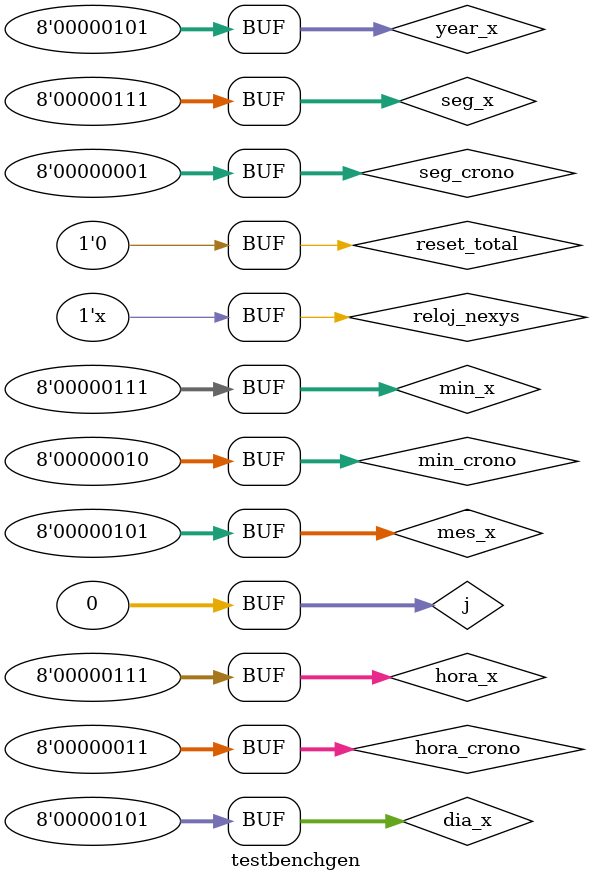
<source format=v>
`timescale 1ns / 1ps


module testbenchgen;

	// Inputs
	reg reloj_nexys;
	reg reset_total;
	reg [1:0] direc_prog;
	reg [2:0] prog_crono;
	reg [2:0] prog_fecha;
	reg [2:0] prog_hora;
	reg crono_final;
	reg tiempo;
	reg formato;
	reg [7:0] hora_x;
	reg [7:0] min_x;
	reg [7:0] seg_x;
	reg [7:0] dia_x;
	reg [7:0] mes_x;
	reg [7:0] year_x;
	reg [7:0] hora_crono;
	reg [7:0] min_crono;
	reg [7:0] seg_crono;

	// Outputs
	wire [11:0] color_salida;
	wire hsync;
	wire vsync;
	wire ON_VID;
	wire [9:0] x_p;
	wire [9:0] y_p;

	
	always #5 reloj_nexys=~reloj_nexys;
	integer i;
	integer j;


	initial begin
		// Initialize Inputs
		reloj_nexys = 0;
		reset_total = 0;
		hora_crono = 0;
		min_crono= 0;
		seg_crono= 0;
		hora_x = 0;
		min_x = 0;
		seg_x = 0;
		dia_x= 0;
		mes_x= 0;
		year_x= 0;

		// Wait 100 ns for global reset to finish
		#100
		reset_total=1;
		#10
		reset_total=0;
#10
		    reset_total = 1;
		    j=0;
			 hora_crono = 0;
		min_crono = 1;
		seg_crono = 1;
		hora_x = 1;
		min_x = 1;
		seg_x = 1;
		dia_x= 1;
		mes_x= 1;
		year_x= 1;
		    #50
		reset_total = 0;
		hora_crono= 3;
		min_crono = 2;
		seg_crono= 1;
		hora_x = 7;
		min_x = 7;
		seg_x = 7;
		dia_x= 5;
		mes_x= 5;
		year_x= 5;
		end
      
endmodule


</source>
